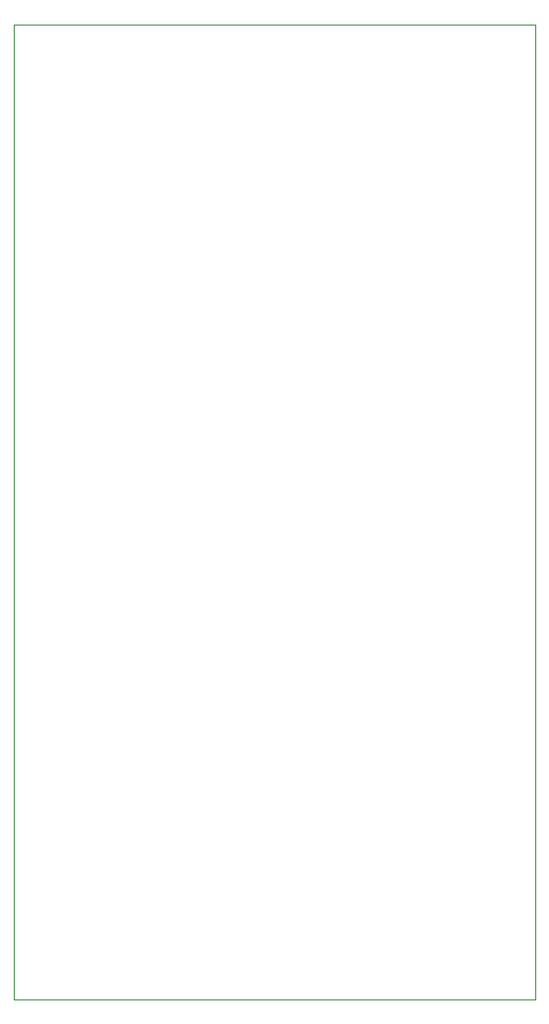
<source format=gbr>
G04 #@! TF.GenerationSoftware,KiCad,Pcbnew,(5.1.4)-1*
G04 #@! TF.CreationDate,2019-12-06T11:11:42+08:00*
G04 #@! TF.ProjectId,STM32F407VTE6-SOCKET,53544d33-3246-4343-9037-565445362d53,rev?*
G04 #@! TF.SameCoordinates,Original*
G04 #@! TF.FileFunction,Profile,NP*
%FSLAX46Y46*%
G04 Gerber Fmt 4.6, Leading zero omitted, Abs format (unit mm)*
G04 Created by KiCad (PCBNEW (5.1.4)-1) date 2019-12-06 11:11:42*
%MOMM*%
%LPD*%
G04 APERTURE LIST*
%ADD10C,0.050000*%
G04 APERTURE END LIST*
D10*
X100000000Y-180000000D02*
X145000000Y-180000000D01*
X145000000Y-96000000D02*
X100000000Y-96000000D01*
X145000000Y-180000000D02*
X145000000Y-96000000D01*
X100000000Y-96000000D02*
X100000000Y-180000000D01*
M02*

</source>
